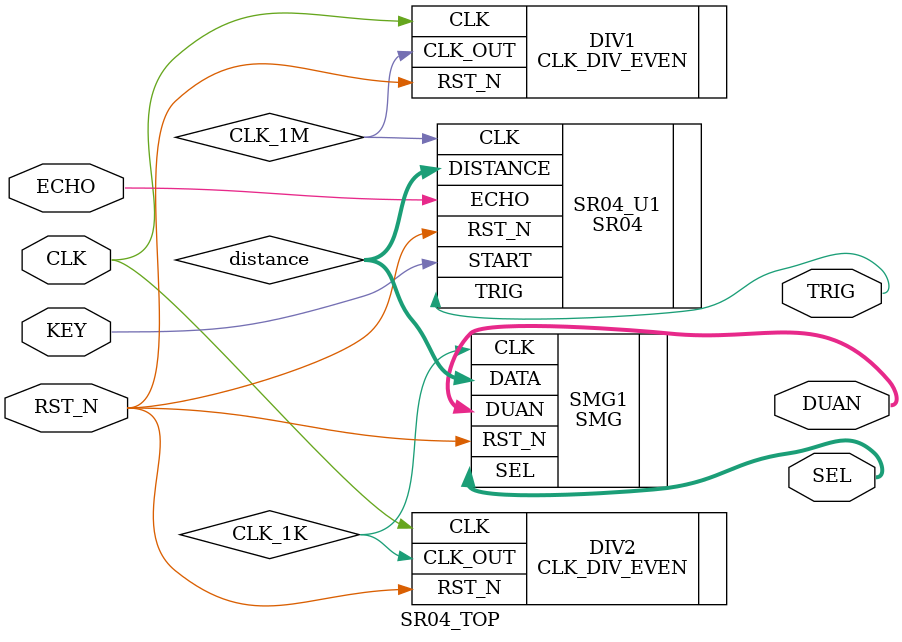
<source format=v>
module SR04_TOP
(
	//输入
	CLK,RST_N,KEY,ECHO,
	//输出
	SEL,DUAN,TRIG
);
//-----------------------------------------------------
//	--	外部信号
//-----------------------------------------------------
input CLK;
input RST_N;
input KEY;
input ECHO;

output TRIG;
output [2:0] SEL;
output [7:0] DUAN;

//-----------------------------------------------------
//	--	内部信号
//-----------------------------------------------------
wire [15:0] distance ;
wire CLK_1M,CLK_1K;

CLK_DIV_EVEN #(
	//偶分频系数=输入/输出/2
	.N(10)
)DIV1
(
	//输入
	.CLK(CLK),
	.RST_N(RST_N),
	//输出
	.CLK_OUT(CLK_1M)
);

CLK_DIV_EVEN #(
	//偶分频系数=输入/输出/2
	.N(10) 
)DIV2
(
	//输入
	.CLK(CLK),
	.RST_N(RST_N),
	//输出
	.CLK_OUT(CLK_1K)
);

SMG SMG1(
	//输入
	.CLK(CLK_1K),
	.RST_N(RST_N),
	.DATA(distance),
	//输出
	.SEL(SEL),
	.DUAN(DUAN)
	
);

SR04 SR04_U1(
	//输入
	.CLK(CLK_1M),
	.RST_N(RST_N),
	.START(KEY),
	.ECHO(ECHO),
	//输出
	.TRIG(TRIG),
	.DISTANCE(distance)
	
);

endmodule




</source>
